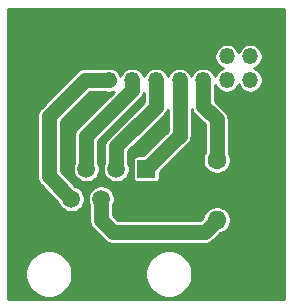
<source format=gbr>
%TF.GenerationSoftware,KiCad,Pcbnew,(5.1.6)-1*%
%TF.CreationDate,2022-06-01T20:50:47-04:00*%
%TF.ProjectId,JTAG_adapter_board,4a544147-5f61-4646-9170-7465725f626f,rev?*%
%TF.SameCoordinates,Original*%
%TF.FileFunction,Copper,L1,Top*%
%TF.FilePolarity,Positive*%
%FSLAX46Y46*%
G04 Gerber Fmt 4.6, Leading zero omitted, Abs format (unit mm)*
G04 Created by KiCad (PCBNEW (5.1.6)-1) date 2022-06-01 20:50:47*
%MOMM*%
%LPD*%
G01*
G04 APERTURE LIST*
%TA.AperFunction,ComponentPad*%
%ADD10O,1.600000X1.600000*%
%TD*%
%TA.AperFunction,ComponentPad*%
%ADD11C,1.600000*%
%TD*%
%TA.AperFunction,ComponentPad*%
%ADD12R,1.350000X1.350000*%
%TD*%
%TA.AperFunction,ComponentPad*%
%ADD13O,1.350000X1.350000*%
%TD*%
%TA.AperFunction,ComponentPad*%
%ADD14C,1.520000*%
%TD*%
%TA.AperFunction,ComponentPad*%
%ADD15R,1.520000X1.520000*%
%TD*%
%TA.AperFunction,Conductor*%
%ADD16C,1.270000*%
%TD*%
%TA.AperFunction,Conductor*%
%ADD17C,0.254000*%
%TD*%
G04 APERTURE END LIST*
D10*
%TO.P,R1,2*%
%TO.N,/TDI*%
X172339000Y-92583000D03*
D11*
%TO.P,R1,1*%
X172339000Y-87503000D03*
%TD*%
D12*
%TO.P,J1,1*%
%TO.N,GND*%
X163195000Y-78740000D03*
D13*
%TO.P,J1,14*%
%TO.N,+3V3*%
X163195000Y-80740000D03*
%TO.P,J1,2*%
%TO.N,GND*%
X165195000Y-78740000D03*
%TO.P,J1,13*%
%TO.N,/TMS*%
X165195000Y-80740000D03*
%TO.P,J1,3*%
%TO.N,GND*%
X167195000Y-78740000D03*
%TO.P,J1,12*%
%TO.N,/TCK*%
X167195000Y-80740000D03*
%TO.P,J1,4*%
%TO.N,GND*%
X169195000Y-78740000D03*
%TO.P,J1,11*%
%TO.N,/TD0*%
X169195000Y-80740000D03*
%TO.P,J1,5*%
%TO.N,GND*%
X171195000Y-78740000D03*
%TO.P,J1,10*%
%TO.N,/TDI*%
X171195000Y-80740000D03*
%TO.P,J1,6*%
%TO.N,N/C*%
X173195000Y-78740000D03*
%TO.P,J1,9*%
X173195000Y-80740000D03*
%TO.P,J1,7*%
X175195000Y-78740000D03*
%TO.P,J1,8*%
X175195000Y-80740000D03*
%TD*%
D14*
%TO.P,J2,6*%
%TO.N,+3V3*%
X160020000Y-90805000D03*
%TO.P,J2,5*%
%TO.N,/TMS*%
X161290000Y-88265000D03*
%TO.P,J2,4*%
%TO.N,/TDI*%
X162560000Y-90805000D03*
%TO.P,J2,3*%
%TO.N,/TCK*%
X163830000Y-88265000D03*
%TO.P,J2,2*%
%TO.N,GND*%
X165100000Y-90805000D03*
D15*
%TO.P,J2,1*%
%TO.N,/TD0*%
X166370000Y-88265000D03*
%TD*%
D16*
%TO.N,/TDI*%
X171323000Y-93599000D02*
X172339000Y-92583000D01*
X163576000Y-93599000D02*
X171323000Y-93599000D01*
X162560000Y-90805000D02*
X162560000Y-92583000D01*
X162560000Y-92583000D02*
X163576000Y-93599000D01*
X172339000Y-87503000D02*
X172339000Y-84074000D01*
X171195000Y-82930000D02*
X171195000Y-80740000D01*
X172339000Y-84074000D02*
X171195000Y-82930000D01*
%TO.N,/TD0*%
X166370000Y-88265000D02*
X168910000Y-85725000D01*
X169195000Y-85440000D02*
X168910000Y-85725000D01*
X169195000Y-80740000D02*
X169195000Y-85440000D01*
%TO.N,/TCK*%
X167195000Y-80740000D02*
X167195000Y-82995000D01*
X163830000Y-86360000D02*
X163830000Y-88265000D01*
X167195000Y-82995000D02*
X163830000Y-86360000D01*
%TO.N,/TMS*%
X161290000Y-85725000D02*
X161290000Y-88265000D01*
X165195000Y-80740000D02*
X165195000Y-81566000D01*
X161290000Y-85471000D02*
X161290000Y-85725000D01*
X165195000Y-81566000D02*
X161290000Y-85471000D01*
%TO.N,+3V3*%
X163195000Y-80740000D02*
X161195000Y-80740000D01*
X161195000Y-80740000D02*
X158115000Y-83820000D01*
X158115000Y-88900000D02*
X160020000Y-90805000D01*
X158115000Y-83820000D02*
X158115000Y-88900000D01*
%TD*%
D17*
%TO.N,GND*%
G36*
X178029001Y-99289000D02*
G01*
X154711000Y-99289000D01*
X154711000Y-96957426D01*
X156114000Y-96957426D01*
X156114000Y-97352574D01*
X156191090Y-97740129D01*
X156342306Y-98105197D01*
X156561838Y-98433750D01*
X156841250Y-98713162D01*
X157169803Y-98932694D01*
X157534871Y-99083910D01*
X157922426Y-99161000D01*
X158317574Y-99161000D01*
X158705129Y-99083910D01*
X159070197Y-98932694D01*
X159398750Y-98713162D01*
X159678162Y-98433750D01*
X159897694Y-98105197D01*
X160048910Y-97740129D01*
X160126000Y-97352574D01*
X160126000Y-96957426D01*
X166274000Y-96957426D01*
X166274000Y-97352574D01*
X166351090Y-97740129D01*
X166502306Y-98105197D01*
X166721838Y-98433750D01*
X167001250Y-98713162D01*
X167329803Y-98932694D01*
X167694871Y-99083910D01*
X168082426Y-99161000D01*
X168477574Y-99161000D01*
X168865129Y-99083910D01*
X169230197Y-98932694D01*
X169558750Y-98713162D01*
X169838162Y-98433750D01*
X170057694Y-98105197D01*
X170208910Y-97740129D01*
X170286000Y-97352574D01*
X170286000Y-96957426D01*
X170208910Y-96569871D01*
X170057694Y-96204803D01*
X169838162Y-95876250D01*
X169558750Y-95596838D01*
X169230197Y-95377306D01*
X168865129Y-95226090D01*
X168477574Y-95149000D01*
X168082426Y-95149000D01*
X167694871Y-95226090D01*
X167329803Y-95377306D01*
X167001250Y-95596838D01*
X166721838Y-95876250D01*
X166502306Y-96204803D01*
X166351090Y-96569871D01*
X166274000Y-96957426D01*
X160126000Y-96957426D01*
X160048910Y-96569871D01*
X159897694Y-96204803D01*
X159678162Y-95876250D01*
X159398750Y-95596838D01*
X159070197Y-95377306D01*
X158705129Y-95226090D01*
X158317574Y-95149000D01*
X157922426Y-95149000D01*
X157534871Y-95226090D01*
X157169803Y-95377306D01*
X156841250Y-95596838D01*
X156561838Y-95876250D01*
X156342306Y-96204803D01*
X156191090Y-96569871D01*
X156114000Y-96957426D01*
X154711000Y-96957426D01*
X154711000Y-83820000D01*
X157094085Y-83820000D01*
X157099000Y-83869902D01*
X157099001Y-88850088D01*
X157094085Y-88900000D01*
X157113702Y-89099170D01*
X157129508Y-89151273D01*
X157171799Y-89290687D01*
X157266141Y-89467190D01*
X157393105Y-89621896D01*
X157431868Y-89653708D01*
X158927707Y-91149548D01*
X159008859Y-91345466D01*
X159133727Y-91532345D01*
X159292655Y-91691273D01*
X159479534Y-91816141D01*
X159687183Y-91902152D01*
X159907621Y-91946000D01*
X160132379Y-91946000D01*
X160352817Y-91902152D01*
X160560466Y-91816141D01*
X160747345Y-91691273D01*
X160906273Y-91532345D01*
X161031141Y-91345466D01*
X161117152Y-91137817D01*
X161161000Y-90917379D01*
X161161000Y-90692621D01*
X161419000Y-90692621D01*
X161419000Y-90917379D01*
X161462848Y-91137817D01*
X161544000Y-91333736D01*
X161544001Y-92533089D01*
X161539085Y-92583000D01*
X161558702Y-92782170D01*
X161599259Y-92915865D01*
X161616799Y-92973687D01*
X161711141Y-93150190D01*
X161838105Y-93304896D01*
X161876868Y-93336708D01*
X162822292Y-94282133D01*
X162854104Y-94320896D01*
X163008810Y-94447860D01*
X163185313Y-94542202D01*
X163376829Y-94600298D01*
X163576000Y-94619915D01*
X163625902Y-94615000D01*
X171273098Y-94615000D01*
X171323000Y-94619915D01*
X171372902Y-94615000D01*
X171522171Y-94600298D01*
X171713687Y-94542202D01*
X171890190Y-94447860D01*
X172044896Y-94320896D01*
X172076712Y-94282128D01*
X172629485Y-93729355D01*
X172683485Y-93718614D01*
X172898413Y-93629588D01*
X173091843Y-93500342D01*
X173256342Y-93335843D01*
X173385588Y-93142413D01*
X173474614Y-92927485D01*
X173520000Y-92699318D01*
X173520000Y-92466682D01*
X173474614Y-92238515D01*
X173385588Y-92023587D01*
X173256342Y-91830157D01*
X173091843Y-91665658D01*
X172898413Y-91536412D01*
X172683485Y-91447386D01*
X172455318Y-91402000D01*
X172222682Y-91402000D01*
X171994515Y-91447386D01*
X171779587Y-91536412D01*
X171586157Y-91665658D01*
X171421658Y-91830157D01*
X171292412Y-92023587D01*
X171203386Y-92238515D01*
X171192645Y-92292515D01*
X170902160Y-92583000D01*
X163996841Y-92583000D01*
X163576000Y-92162160D01*
X163576000Y-91333735D01*
X163657152Y-91137817D01*
X163701000Y-90917379D01*
X163701000Y-90692621D01*
X163657152Y-90472183D01*
X163571141Y-90264534D01*
X163446273Y-90077655D01*
X163287345Y-89918727D01*
X163100466Y-89793859D01*
X162892817Y-89707848D01*
X162672379Y-89664000D01*
X162447621Y-89664000D01*
X162227183Y-89707848D01*
X162019534Y-89793859D01*
X161832655Y-89918727D01*
X161673727Y-90077655D01*
X161548859Y-90264534D01*
X161462848Y-90472183D01*
X161419000Y-90692621D01*
X161161000Y-90692621D01*
X161117152Y-90472183D01*
X161031141Y-90264534D01*
X160906273Y-90077655D01*
X160747345Y-89918727D01*
X160560466Y-89793859D01*
X160364548Y-89712707D01*
X159131000Y-88479160D01*
X159131000Y-84240840D01*
X161615841Y-81756000D01*
X162889897Y-81756000D01*
X163090993Y-81796000D01*
X163299007Y-81796000D01*
X163503024Y-81755419D01*
X163615209Y-81708950D01*
X160606872Y-84717288D01*
X160568104Y-84749104D01*
X160441140Y-84903810D01*
X160346798Y-85080314D01*
X160298106Y-85240830D01*
X160288702Y-85271830D01*
X160269085Y-85471000D01*
X160274000Y-85520902D01*
X160274000Y-85675099D01*
X160274001Y-87736263D01*
X160192848Y-87932183D01*
X160149000Y-88152621D01*
X160149000Y-88377379D01*
X160192848Y-88597817D01*
X160278859Y-88805466D01*
X160403727Y-88992345D01*
X160562655Y-89151273D01*
X160749534Y-89276141D01*
X160957183Y-89362152D01*
X161177621Y-89406000D01*
X161402379Y-89406000D01*
X161622817Y-89362152D01*
X161830466Y-89276141D01*
X162017345Y-89151273D01*
X162176273Y-88992345D01*
X162301141Y-88805466D01*
X162387152Y-88597817D01*
X162431000Y-88377379D01*
X162431000Y-88152621D01*
X162387152Y-87932183D01*
X162306000Y-87736265D01*
X162306000Y-85891840D01*
X165878133Y-82319708D01*
X165916896Y-82287896D01*
X166043860Y-82133190D01*
X166138202Y-81956687D01*
X166179000Y-81822192D01*
X166179001Y-82574158D01*
X163146872Y-85606288D01*
X163108104Y-85638104D01*
X162981140Y-85792810D01*
X162886798Y-85969314D01*
X162865905Y-86038189D01*
X162828702Y-86160830D01*
X162809085Y-86360000D01*
X162814000Y-86409902D01*
X162814001Y-87736263D01*
X162732848Y-87932183D01*
X162689000Y-88152621D01*
X162689000Y-88377379D01*
X162732848Y-88597817D01*
X162818859Y-88805466D01*
X162943727Y-88992345D01*
X163102655Y-89151273D01*
X163289534Y-89276141D01*
X163497183Y-89362152D01*
X163717621Y-89406000D01*
X163942379Y-89406000D01*
X164162817Y-89362152D01*
X164370466Y-89276141D01*
X164557345Y-89151273D01*
X164716273Y-88992345D01*
X164841141Y-88805466D01*
X164927152Y-88597817D01*
X164971000Y-88377379D01*
X164971000Y-88152621D01*
X164927152Y-87932183D01*
X164846000Y-87736265D01*
X164846000Y-86780840D01*
X167878133Y-83748708D01*
X167916896Y-83716896D01*
X168043860Y-83562190D01*
X168138202Y-83385687D01*
X168179001Y-83251193D01*
X168179001Y-85019158D01*
X166076003Y-87122157D01*
X165610000Y-87122157D01*
X165535311Y-87129513D01*
X165463492Y-87151299D01*
X165397304Y-87186678D01*
X165339289Y-87234289D01*
X165291678Y-87292304D01*
X165256299Y-87358492D01*
X165234513Y-87430311D01*
X165227157Y-87505000D01*
X165227157Y-89025000D01*
X165234513Y-89099689D01*
X165256299Y-89171508D01*
X165291678Y-89237696D01*
X165339289Y-89295711D01*
X165397304Y-89343322D01*
X165463492Y-89378701D01*
X165535311Y-89400487D01*
X165610000Y-89407843D01*
X167130000Y-89407843D01*
X167204689Y-89400487D01*
X167276508Y-89378701D01*
X167342696Y-89343322D01*
X167400711Y-89295711D01*
X167448322Y-89237696D01*
X167483701Y-89171508D01*
X167505487Y-89099689D01*
X167512843Y-89025000D01*
X167512843Y-88558997D01*
X169663706Y-86408135D01*
X169663711Y-86408129D01*
X169878127Y-86193713D01*
X169916896Y-86161896D01*
X170043860Y-86007190D01*
X170138202Y-85830687D01*
X170196298Y-85639171D01*
X170211000Y-85489902D01*
X170215915Y-85440000D01*
X170211000Y-85390098D01*
X170211000Y-83186194D01*
X170251798Y-83320686D01*
X170346140Y-83497190D01*
X170473104Y-83651896D01*
X170511872Y-83683712D01*
X171323001Y-84494842D01*
X171323000Y-86897809D01*
X171292412Y-86943587D01*
X171203386Y-87158515D01*
X171158000Y-87386682D01*
X171158000Y-87619318D01*
X171203386Y-87847485D01*
X171292412Y-88062413D01*
X171421658Y-88255843D01*
X171586157Y-88420342D01*
X171779587Y-88549588D01*
X171994515Y-88638614D01*
X172222682Y-88684000D01*
X172455318Y-88684000D01*
X172683485Y-88638614D01*
X172898413Y-88549588D01*
X173091843Y-88420342D01*
X173256342Y-88255843D01*
X173385588Y-88062413D01*
X173474614Y-87847485D01*
X173520000Y-87619318D01*
X173520000Y-87386682D01*
X173474614Y-87158515D01*
X173385588Y-86943587D01*
X173355000Y-86897809D01*
X173355000Y-84123893D01*
X173359914Y-84073999D01*
X173355000Y-84024105D01*
X173355000Y-84024098D01*
X173340298Y-83874829D01*
X173282202Y-83683313D01*
X173187860Y-83506810D01*
X173060896Y-83352104D01*
X173022133Y-83320292D01*
X172211000Y-82509160D01*
X172211000Y-81123876D01*
X172259185Y-81240204D01*
X172374751Y-81413161D01*
X172521839Y-81560249D01*
X172694796Y-81675815D01*
X172886976Y-81755419D01*
X173090993Y-81796000D01*
X173299007Y-81796000D01*
X173503024Y-81755419D01*
X173695204Y-81675815D01*
X173868161Y-81560249D01*
X174015249Y-81413161D01*
X174130815Y-81240204D01*
X174195000Y-81085249D01*
X174259185Y-81240204D01*
X174374751Y-81413161D01*
X174521839Y-81560249D01*
X174694796Y-81675815D01*
X174886976Y-81755419D01*
X175090993Y-81796000D01*
X175299007Y-81796000D01*
X175503024Y-81755419D01*
X175695204Y-81675815D01*
X175868161Y-81560249D01*
X176015249Y-81413161D01*
X176130815Y-81240204D01*
X176210419Y-81048024D01*
X176251000Y-80844007D01*
X176251000Y-80635993D01*
X176210419Y-80431976D01*
X176130815Y-80239796D01*
X176015249Y-80066839D01*
X175868161Y-79919751D01*
X175695204Y-79804185D01*
X175540249Y-79740000D01*
X175695204Y-79675815D01*
X175868161Y-79560249D01*
X176015249Y-79413161D01*
X176130815Y-79240204D01*
X176210419Y-79048024D01*
X176251000Y-78844007D01*
X176251000Y-78635993D01*
X176210419Y-78431976D01*
X176130815Y-78239796D01*
X176015249Y-78066839D01*
X175868161Y-77919751D01*
X175695204Y-77804185D01*
X175503024Y-77724581D01*
X175299007Y-77684000D01*
X175090993Y-77684000D01*
X174886976Y-77724581D01*
X174694796Y-77804185D01*
X174521839Y-77919751D01*
X174374751Y-78066839D01*
X174259185Y-78239796D01*
X174195000Y-78394751D01*
X174130815Y-78239796D01*
X174015249Y-78066839D01*
X173868161Y-77919751D01*
X173695204Y-77804185D01*
X173503024Y-77724581D01*
X173299007Y-77684000D01*
X173090993Y-77684000D01*
X172886976Y-77724581D01*
X172694796Y-77804185D01*
X172521839Y-77919751D01*
X172374751Y-78066839D01*
X172259185Y-78239796D01*
X172179581Y-78431976D01*
X172139000Y-78635993D01*
X172139000Y-78844007D01*
X172179581Y-79048024D01*
X172259185Y-79240204D01*
X172374751Y-79413161D01*
X172521839Y-79560249D01*
X172694796Y-79675815D01*
X172849751Y-79740000D01*
X172694796Y-79804185D01*
X172521839Y-79919751D01*
X172374751Y-80066839D01*
X172259185Y-80239796D01*
X172195000Y-80394751D01*
X172130815Y-80239796D01*
X172015249Y-80066839D01*
X171868161Y-79919751D01*
X171695204Y-79804185D01*
X171503024Y-79724581D01*
X171299007Y-79684000D01*
X171090993Y-79684000D01*
X170886976Y-79724581D01*
X170694796Y-79804185D01*
X170521839Y-79919751D01*
X170374751Y-80066839D01*
X170259185Y-80239796D01*
X170195000Y-80394751D01*
X170130815Y-80239796D01*
X170015249Y-80066839D01*
X169868161Y-79919751D01*
X169695204Y-79804185D01*
X169503024Y-79724581D01*
X169299007Y-79684000D01*
X169090993Y-79684000D01*
X168886976Y-79724581D01*
X168694796Y-79804185D01*
X168521839Y-79919751D01*
X168374751Y-80066839D01*
X168259185Y-80239796D01*
X168195000Y-80394751D01*
X168130815Y-80239796D01*
X168015249Y-80066839D01*
X167868161Y-79919751D01*
X167695204Y-79804185D01*
X167503024Y-79724581D01*
X167299007Y-79684000D01*
X167090993Y-79684000D01*
X166886976Y-79724581D01*
X166694796Y-79804185D01*
X166521839Y-79919751D01*
X166374751Y-80066839D01*
X166259185Y-80239796D01*
X166195000Y-80394751D01*
X166130815Y-80239796D01*
X166015249Y-80066839D01*
X165868161Y-79919751D01*
X165695204Y-79804185D01*
X165503024Y-79724581D01*
X165299007Y-79684000D01*
X165090993Y-79684000D01*
X164886976Y-79724581D01*
X164694796Y-79804185D01*
X164521839Y-79919751D01*
X164374751Y-80066839D01*
X164259185Y-80239796D01*
X164195000Y-80394751D01*
X164130815Y-80239796D01*
X164015249Y-80066839D01*
X163868161Y-79919751D01*
X163695204Y-79804185D01*
X163503024Y-79724581D01*
X163299007Y-79684000D01*
X163090993Y-79684000D01*
X162889897Y-79724000D01*
X161244902Y-79724000D01*
X161195000Y-79719085D01*
X161145098Y-79724000D01*
X160995829Y-79738702D01*
X160804313Y-79796798D01*
X160627810Y-79891140D01*
X160473104Y-80018104D01*
X160441292Y-80056867D01*
X157431872Y-83066288D01*
X157393104Y-83098104D01*
X157266140Y-83252810D01*
X157171798Y-83429314D01*
X157116037Y-83613134D01*
X157113702Y-83620830D01*
X157094085Y-83820000D01*
X154711000Y-83820000D01*
X154711000Y-74701000D01*
X178029000Y-74701000D01*
X178029001Y-99289000D01*
G37*
X178029001Y-99289000D02*
X154711000Y-99289000D01*
X154711000Y-96957426D01*
X156114000Y-96957426D01*
X156114000Y-97352574D01*
X156191090Y-97740129D01*
X156342306Y-98105197D01*
X156561838Y-98433750D01*
X156841250Y-98713162D01*
X157169803Y-98932694D01*
X157534871Y-99083910D01*
X157922426Y-99161000D01*
X158317574Y-99161000D01*
X158705129Y-99083910D01*
X159070197Y-98932694D01*
X159398750Y-98713162D01*
X159678162Y-98433750D01*
X159897694Y-98105197D01*
X160048910Y-97740129D01*
X160126000Y-97352574D01*
X160126000Y-96957426D01*
X166274000Y-96957426D01*
X166274000Y-97352574D01*
X166351090Y-97740129D01*
X166502306Y-98105197D01*
X166721838Y-98433750D01*
X167001250Y-98713162D01*
X167329803Y-98932694D01*
X167694871Y-99083910D01*
X168082426Y-99161000D01*
X168477574Y-99161000D01*
X168865129Y-99083910D01*
X169230197Y-98932694D01*
X169558750Y-98713162D01*
X169838162Y-98433750D01*
X170057694Y-98105197D01*
X170208910Y-97740129D01*
X170286000Y-97352574D01*
X170286000Y-96957426D01*
X170208910Y-96569871D01*
X170057694Y-96204803D01*
X169838162Y-95876250D01*
X169558750Y-95596838D01*
X169230197Y-95377306D01*
X168865129Y-95226090D01*
X168477574Y-95149000D01*
X168082426Y-95149000D01*
X167694871Y-95226090D01*
X167329803Y-95377306D01*
X167001250Y-95596838D01*
X166721838Y-95876250D01*
X166502306Y-96204803D01*
X166351090Y-96569871D01*
X166274000Y-96957426D01*
X160126000Y-96957426D01*
X160048910Y-96569871D01*
X159897694Y-96204803D01*
X159678162Y-95876250D01*
X159398750Y-95596838D01*
X159070197Y-95377306D01*
X158705129Y-95226090D01*
X158317574Y-95149000D01*
X157922426Y-95149000D01*
X157534871Y-95226090D01*
X157169803Y-95377306D01*
X156841250Y-95596838D01*
X156561838Y-95876250D01*
X156342306Y-96204803D01*
X156191090Y-96569871D01*
X156114000Y-96957426D01*
X154711000Y-96957426D01*
X154711000Y-83820000D01*
X157094085Y-83820000D01*
X157099000Y-83869902D01*
X157099001Y-88850088D01*
X157094085Y-88900000D01*
X157113702Y-89099170D01*
X157129508Y-89151273D01*
X157171799Y-89290687D01*
X157266141Y-89467190D01*
X157393105Y-89621896D01*
X157431868Y-89653708D01*
X158927707Y-91149548D01*
X159008859Y-91345466D01*
X159133727Y-91532345D01*
X159292655Y-91691273D01*
X159479534Y-91816141D01*
X159687183Y-91902152D01*
X159907621Y-91946000D01*
X160132379Y-91946000D01*
X160352817Y-91902152D01*
X160560466Y-91816141D01*
X160747345Y-91691273D01*
X160906273Y-91532345D01*
X161031141Y-91345466D01*
X161117152Y-91137817D01*
X161161000Y-90917379D01*
X161161000Y-90692621D01*
X161419000Y-90692621D01*
X161419000Y-90917379D01*
X161462848Y-91137817D01*
X161544000Y-91333736D01*
X161544001Y-92533089D01*
X161539085Y-92583000D01*
X161558702Y-92782170D01*
X161599259Y-92915865D01*
X161616799Y-92973687D01*
X161711141Y-93150190D01*
X161838105Y-93304896D01*
X161876868Y-93336708D01*
X162822292Y-94282133D01*
X162854104Y-94320896D01*
X163008810Y-94447860D01*
X163185313Y-94542202D01*
X163376829Y-94600298D01*
X163576000Y-94619915D01*
X163625902Y-94615000D01*
X171273098Y-94615000D01*
X171323000Y-94619915D01*
X171372902Y-94615000D01*
X171522171Y-94600298D01*
X171713687Y-94542202D01*
X171890190Y-94447860D01*
X172044896Y-94320896D01*
X172076712Y-94282128D01*
X172629485Y-93729355D01*
X172683485Y-93718614D01*
X172898413Y-93629588D01*
X173091843Y-93500342D01*
X173256342Y-93335843D01*
X173385588Y-93142413D01*
X173474614Y-92927485D01*
X173520000Y-92699318D01*
X173520000Y-92466682D01*
X173474614Y-92238515D01*
X173385588Y-92023587D01*
X173256342Y-91830157D01*
X173091843Y-91665658D01*
X172898413Y-91536412D01*
X172683485Y-91447386D01*
X172455318Y-91402000D01*
X172222682Y-91402000D01*
X171994515Y-91447386D01*
X171779587Y-91536412D01*
X171586157Y-91665658D01*
X171421658Y-91830157D01*
X171292412Y-92023587D01*
X171203386Y-92238515D01*
X171192645Y-92292515D01*
X170902160Y-92583000D01*
X163996841Y-92583000D01*
X163576000Y-92162160D01*
X163576000Y-91333735D01*
X163657152Y-91137817D01*
X163701000Y-90917379D01*
X163701000Y-90692621D01*
X163657152Y-90472183D01*
X163571141Y-90264534D01*
X163446273Y-90077655D01*
X163287345Y-89918727D01*
X163100466Y-89793859D01*
X162892817Y-89707848D01*
X162672379Y-89664000D01*
X162447621Y-89664000D01*
X162227183Y-89707848D01*
X162019534Y-89793859D01*
X161832655Y-89918727D01*
X161673727Y-90077655D01*
X161548859Y-90264534D01*
X161462848Y-90472183D01*
X161419000Y-90692621D01*
X161161000Y-90692621D01*
X161117152Y-90472183D01*
X161031141Y-90264534D01*
X160906273Y-90077655D01*
X160747345Y-89918727D01*
X160560466Y-89793859D01*
X160364548Y-89712707D01*
X159131000Y-88479160D01*
X159131000Y-84240840D01*
X161615841Y-81756000D01*
X162889897Y-81756000D01*
X163090993Y-81796000D01*
X163299007Y-81796000D01*
X163503024Y-81755419D01*
X163615209Y-81708950D01*
X160606872Y-84717288D01*
X160568104Y-84749104D01*
X160441140Y-84903810D01*
X160346798Y-85080314D01*
X160298106Y-85240830D01*
X160288702Y-85271830D01*
X160269085Y-85471000D01*
X160274000Y-85520902D01*
X160274000Y-85675099D01*
X160274001Y-87736263D01*
X160192848Y-87932183D01*
X160149000Y-88152621D01*
X160149000Y-88377379D01*
X160192848Y-88597817D01*
X160278859Y-88805466D01*
X160403727Y-88992345D01*
X160562655Y-89151273D01*
X160749534Y-89276141D01*
X160957183Y-89362152D01*
X161177621Y-89406000D01*
X161402379Y-89406000D01*
X161622817Y-89362152D01*
X161830466Y-89276141D01*
X162017345Y-89151273D01*
X162176273Y-88992345D01*
X162301141Y-88805466D01*
X162387152Y-88597817D01*
X162431000Y-88377379D01*
X162431000Y-88152621D01*
X162387152Y-87932183D01*
X162306000Y-87736265D01*
X162306000Y-85891840D01*
X165878133Y-82319708D01*
X165916896Y-82287896D01*
X166043860Y-82133190D01*
X166138202Y-81956687D01*
X166179000Y-81822192D01*
X166179001Y-82574158D01*
X163146872Y-85606288D01*
X163108104Y-85638104D01*
X162981140Y-85792810D01*
X162886798Y-85969314D01*
X162865905Y-86038189D01*
X162828702Y-86160830D01*
X162809085Y-86360000D01*
X162814000Y-86409902D01*
X162814001Y-87736263D01*
X162732848Y-87932183D01*
X162689000Y-88152621D01*
X162689000Y-88377379D01*
X162732848Y-88597817D01*
X162818859Y-88805466D01*
X162943727Y-88992345D01*
X163102655Y-89151273D01*
X163289534Y-89276141D01*
X163497183Y-89362152D01*
X163717621Y-89406000D01*
X163942379Y-89406000D01*
X164162817Y-89362152D01*
X164370466Y-89276141D01*
X164557345Y-89151273D01*
X164716273Y-88992345D01*
X164841141Y-88805466D01*
X164927152Y-88597817D01*
X164971000Y-88377379D01*
X164971000Y-88152621D01*
X164927152Y-87932183D01*
X164846000Y-87736265D01*
X164846000Y-86780840D01*
X167878133Y-83748708D01*
X167916896Y-83716896D01*
X168043860Y-83562190D01*
X168138202Y-83385687D01*
X168179001Y-83251193D01*
X168179001Y-85019158D01*
X166076003Y-87122157D01*
X165610000Y-87122157D01*
X165535311Y-87129513D01*
X165463492Y-87151299D01*
X165397304Y-87186678D01*
X165339289Y-87234289D01*
X165291678Y-87292304D01*
X165256299Y-87358492D01*
X165234513Y-87430311D01*
X165227157Y-87505000D01*
X165227157Y-89025000D01*
X165234513Y-89099689D01*
X165256299Y-89171508D01*
X165291678Y-89237696D01*
X165339289Y-89295711D01*
X165397304Y-89343322D01*
X165463492Y-89378701D01*
X165535311Y-89400487D01*
X165610000Y-89407843D01*
X167130000Y-89407843D01*
X167204689Y-89400487D01*
X167276508Y-89378701D01*
X167342696Y-89343322D01*
X167400711Y-89295711D01*
X167448322Y-89237696D01*
X167483701Y-89171508D01*
X167505487Y-89099689D01*
X167512843Y-89025000D01*
X167512843Y-88558997D01*
X169663706Y-86408135D01*
X169663711Y-86408129D01*
X169878127Y-86193713D01*
X169916896Y-86161896D01*
X170043860Y-86007190D01*
X170138202Y-85830687D01*
X170196298Y-85639171D01*
X170211000Y-85489902D01*
X170215915Y-85440000D01*
X170211000Y-85390098D01*
X170211000Y-83186194D01*
X170251798Y-83320686D01*
X170346140Y-83497190D01*
X170473104Y-83651896D01*
X170511872Y-83683712D01*
X171323001Y-84494842D01*
X171323000Y-86897809D01*
X171292412Y-86943587D01*
X171203386Y-87158515D01*
X171158000Y-87386682D01*
X171158000Y-87619318D01*
X171203386Y-87847485D01*
X171292412Y-88062413D01*
X171421658Y-88255843D01*
X171586157Y-88420342D01*
X171779587Y-88549588D01*
X171994515Y-88638614D01*
X172222682Y-88684000D01*
X172455318Y-88684000D01*
X172683485Y-88638614D01*
X172898413Y-88549588D01*
X173091843Y-88420342D01*
X173256342Y-88255843D01*
X173385588Y-88062413D01*
X173474614Y-87847485D01*
X173520000Y-87619318D01*
X173520000Y-87386682D01*
X173474614Y-87158515D01*
X173385588Y-86943587D01*
X173355000Y-86897809D01*
X173355000Y-84123893D01*
X173359914Y-84073999D01*
X173355000Y-84024105D01*
X173355000Y-84024098D01*
X173340298Y-83874829D01*
X173282202Y-83683313D01*
X173187860Y-83506810D01*
X173060896Y-83352104D01*
X173022133Y-83320292D01*
X172211000Y-82509160D01*
X172211000Y-81123876D01*
X172259185Y-81240204D01*
X172374751Y-81413161D01*
X172521839Y-81560249D01*
X172694796Y-81675815D01*
X172886976Y-81755419D01*
X173090993Y-81796000D01*
X173299007Y-81796000D01*
X173503024Y-81755419D01*
X173695204Y-81675815D01*
X173868161Y-81560249D01*
X174015249Y-81413161D01*
X174130815Y-81240204D01*
X174195000Y-81085249D01*
X174259185Y-81240204D01*
X174374751Y-81413161D01*
X174521839Y-81560249D01*
X174694796Y-81675815D01*
X174886976Y-81755419D01*
X175090993Y-81796000D01*
X175299007Y-81796000D01*
X175503024Y-81755419D01*
X175695204Y-81675815D01*
X175868161Y-81560249D01*
X176015249Y-81413161D01*
X176130815Y-81240204D01*
X176210419Y-81048024D01*
X176251000Y-80844007D01*
X176251000Y-80635993D01*
X176210419Y-80431976D01*
X176130815Y-80239796D01*
X176015249Y-80066839D01*
X175868161Y-79919751D01*
X175695204Y-79804185D01*
X175540249Y-79740000D01*
X175695204Y-79675815D01*
X175868161Y-79560249D01*
X176015249Y-79413161D01*
X176130815Y-79240204D01*
X176210419Y-79048024D01*
X176251000Y-78844007D01*
X176251000Y-78635993D01*
X176210419Y-78431976D01*
X176130815Y-78239796D01*
X176015249Y-78066839D01*
X175868161Y-77919751D01*
X175695204Y-77804185D01*
X175503024Y-77724581D01*
X175299007Y-77684000D01*
X175090993Y-77684000D01*
X174886976Y-77724581D01*
X174694796Y-77804185D01*
X174521839Y-77919751D01*
X174374751Y-78066839D01*
X174259185Y-78239796D01*
X174195000Y-78394751D01*
X174130815Y-78239796D01*
X174015249Y-78066839D01*
X173868161Y-77919751D01*
X173695204Y-77804185D01*
X173503024Y-77724581D01*
X173299007Y-77684000D01*
X173090993Y-77684000D01*
X172886976Y-77724581D01*
X172694796Y-77804185D01*
X172521839Y-77919751D01*
X172374751Y-78066839D01*
X172259185Y-78239796D01*
X172179581Y-78431976D01*
X172139000Y-78635993D01*
X172139000Y-78844007D01*
X172179581Y-79048024D01*
X172259185Y-79240204D01*
X172374751Y-79413161D01*
X172521839Y-79560249D01*
X172694796Y-79675815D01*
X172849751Y-79740000D01*
X172694796Y-79804185D01*
X172521839Y-79919751D01*
X172374751Y-80066839D01*
X172259185Y-80239796D01*
X172195000Y-80394751D01*
X172130815Y-80239796D01*
X172015249Y-80066839D01*
X171868161Y-79919751D01*
X171695204Y-79804185D01*
X171503024Y-79724581D01*
X171299007Y-79684000D01*
X171090993Y-79684000D01*
X170886976Y-79724581D01*
X170694796Y-79804185D01*
X170521839Y-79919751D01*
X170374751Y-80066839D01*
X170259185Y-80239796D01*
X170195000Y-80394751D01*
X170130815Y-80239796D01*
X170015249Y-80066839D01*
X169868161Y-79919751D01*
X169695204Y-79804185D01*
X169503024Y-79724581D01*
X169299007Y-79684000D01*
X169090993Y-79684000D01*
X168886976Y-79724581D01*
X168694796Y-79804185D01*
X168521839Y-79919751D01*
X168374751Y-80066839D01*
X168259185Y-80239796D01*
X168195000Y-80394751D01*
X168130815Y-80239796D01*
X168015249Y-80066839D01*
X167868161Y-79919751D01*
X167695204Y-79804185D01*
X167503024Y-79724581D01*
X167299007Y-79684000D01*
X167090993Y-79684000D01*
X166886976Y-79724581D01*
X166694796Y-79804185D01*
X166521839Y-79919751D01*
X166374751Y-80066839D01*
X166259185Y-80239796D01*
X166195000Y-80394751D01*
X166130815Y-80239796D01*
X166015249Y-80066839D01*
X165868161Y-79919751D01*
X165695204Y-79804185D01*
X165503024Y-79724581D01*
X165299007Y-79684000D01*
X165090993Y-79684000D01*
X164886976Y-79724581D01*
X164694796Y-79804185D01*
X164521839Y-79919751D01*
X164374751Y-80066839D01*
X164259185Y-80239796D01*
X164195000Y-80394751D01*
X164130815Y-80239796D01*
X164015249Y-80066839D01*
X163868161Y-79919751D01*
X163695204Y-79804185D01*
X163503024Y-79724581D01*
X163299007Y-79684000D01*
X163090993Y-79684000D01*
X162889897Y-79724000D01*
X161244902Y-79724000D01*
X161195000Y-79719085D01*
X161145098Y-79724000D01*
X160995829Y-79738702D01*
X160804313Y-79796798D01*
X160627810Y-79891140D01*
X160473104Y-80018104D01*
X160441292Y-80056867D01*
X157431872Y-83066288D01*
X157393104Y-83098104D01*
X157266140Y-83252810D01*
X157171798Y-83429314D01*
X157116037Y-83613134D01*
X157113702Y-83620830D01*
X157094085Y-83820000D01*
X154711000Y-83820000D01*
X154711000Y-74701000D01*
X178029000Y-74701000D01*
X178029001Y-99289000D01*
%TD*%
M02*

</source>
